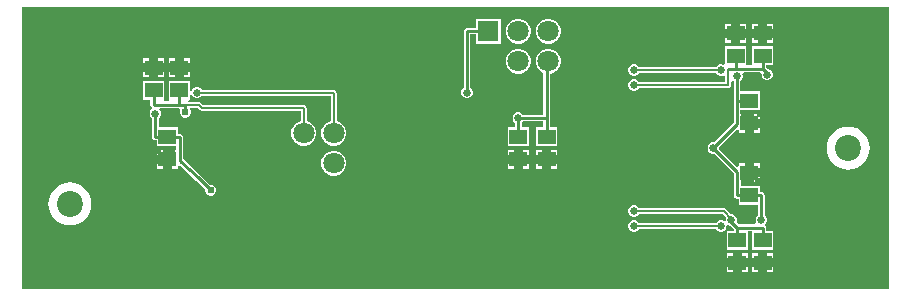
<source format=gbl>
G04*
G04 #@! TF.GenerationSoftware,Altium Limited,Altium Designer,24.4.1 (13)*
G04*
G04 Layer_Physical_Order=2*
G04 Layer_Color=16711680*
%FSLAX25Y25*%
%MOIN*%
G70*
G04*
G04 #@! TF.SameCoordinates,9EAFE7E4-189C-44CB-946A-5F511CB8720B*
G04*
G04*
G04 #@! TF.FilePolarity,Positive*
G04*
G01*
G75*
%ADD37R,0.07000X0.16000*%
%ADD38R,0.05906X0.05118*%
%ADD40C,0.01000*%
%ADD41C,0.00700*%
%ADD43C,0.08661*%
%ADD44C,0.07087*%
%ADD45R,0.07087X0.07087*%
%ADD46R,0.07087X0.07087*%
%ADD47C,0.02400*%
%ADD48C,0.02600*%
G36*
X290348Y1275D02*
X1275Y1275D01*
Y95226D01*
X290348Y95226D01*
Y1275D01*
D02*
G37*
%LPC*%
G36*
X251848Y89612D02*
X249795D01*
Y87953D01*
X251848D01*
Y89612D01*
D02*
G37*
G36*
X242848D02*
X240795D01*
Y87953D01*
X242848D01*
Y89612D01*
D02*
G37*
G36*
X237795D02*
X235742D01*
Y87953D01*
X237795D01*
Y89612D01*
D02*
G37*
G36*
X246795D02*
X244742D01*
Y87953D01*
X246795D01*
Y89612D01*
D02*
G37*
G36*
X251848Y84953D02*
X249795D01*
Y83294D01*
X251848D01*
Y84953D01*
D02*
G37*
G36*
X246795D02*
X244742D01*
Y83294D01*
X246795D01*
Y84953D01*
D02*
G37*
G36*
X242848D02*
X240795D01*
Y83294D01*
X242848D01*
Y84953D01*
D02*
G37*
G36*
X237795D02*
X235742D01*
Y83294D01*
X237795D01*
Y84953D01*
D02*
G37*
G36*
X177341Y91356D02*
X176250D01*
X175196Y91074D01*
X174251Y90528D01*
X173480Y89757D01*
X172934Y88812D01*
X172652Y87758D01*
Y86667D01*
X172934Y85613D01*
X173480Y84669D01*
X174251Y83897D01*
X175196Y83352D01*
X176250Y83069D01*
X177341D01*
X178394Y83352D01*
X179339Y83897D01*
X180111Y84669D01*
X180656Y85613D01*
X180939Y86667D01*
Y87758D01*
X180656Y88812D01*
X180111Y89757D01*
X179339Y90528D01*
X178394Y91074D01*
X177341Y91356D01*
D02*
G37*
G36*
X167341D02*
X166250D01*
X165196Y91074D01*
X164251Y90528D01*
X163480Y89757D01*
X162934Y88812D01*
X162652Y87758D01*
Y86667D01*
X162934Y85613D01*
X163480Y84669D01*
X164251Y83897D01*
X165196Y83352D01*
X166250Y83069D01*
X167341D01*
X168394Y83352D01*
X169339Y83897D01*
X170111Y84669D01*
X170656Y85613D01*
X170939Y86667D01*
Y87758D01*
X170656Y88812D01*
X170111Y89757D01*
X169339Y90528D01*
X168394Y91074D01*
X167341Y91356D01*
D02*
G37*
G36*
X160939D02*
X152652D01*
Y88334D01*
X149674D01*
X149244Y88249D01*
X148881Y88006D01*
X148638Y87642D01*
X148552Y87213D01*
Y68278D01*
X148063Y67789D01*
X147774Y67090D01*
Y66335D01*
X148063Y65636D01*
X148598Y65102D01*
X149296Y64813D01*
X150052D01*
X150750Y65102D01*
X151285Y65636D01*
X151574Y66335D01*
Y67090D01*
X151285Y67789D01*
X150795Y68278D01*
Y86091D01*
X152652D01*
Y83069D01*
X160939D01*
Y91356D01*
D02*
G37*
G36*
X57348Y78112D02*
X55295D01*
Y76453D01*
X57348D01*
Y78112D01*
D02*
G37*
G36*
X48848D02*
X46795D01*
Y76453D01*
X48848D01*
Y78112D01*
D02*
G37*
G36*
X43795D02*
X41743D01*
Y76453D01*
X43795D01*
Y78112D01*
D02*
G37*
G36*
X52295D02*
X50243D01*
Y76453D01*
X52295D01*
Y78112D01*
D02*
G37*
G36*
X251848Y82131D02*
X244742D01*
Y75834D01*
X242848D01*
Y82131D01*
X235742D01*
Y76270D01*
X235693Y76210D01*
X235142Y75918D01*
X234673Y76113D01*
X233917D01*
X233219Y75823D01*
X232684Y75289D01*
X232640Y75181D01*
X206951D01*
X206906Y75289D01*
X206371Y75823D01*
X205673Y76113D01*
X204917D01*
X204219Y75823D01*
X203684Y75289D01*
X203395Y74590D01*
Y73835D01*
X203684Y73136D01*
X204219Y72602D01*
X204917Y72313D01*
X205673D01*
X206371Y72602D01*
X206906Y73136D01*
X206951Y73244D01*
X232640D01*
X232684Y73136D01*
X233219Y72602D01*
X233917Y72313D01*
X234673D01*
X235227Y72542D01*
X235827Y72273D01*
Y70181D01*
X206951D01*
X206906Y70289D01*
X206371Y70823D01*
X205673Y71113D01*
X204917D01*
X204219Y70823D01*
X203684Y70289D01*
X203395Y69591D01*
Y68835D01*
X203684Y68136D01*
X204219Y67602D01*
X204917Y67313D01*
X205673D01*
X206371Y67602D01*
X206906Y68136D01*
X206951Y68244D01*
X236795D01*
X237166Y68318D01*
X237480Y68528D01*
X237690Y68842D01*
X237764Y69213D01*
Y70324D01*
X238364Y70624D01*
X238621Y70430D01*
Y63900D01*
X238621Y63900D01*
X238621Y63900D01*
Y56616D01*
X232118Y50113D01*
X231417D01*
X230719Y49823D01*
X230185Y49289D01*
X229895Y48590D01*
Y47835D01*
X230185Y47136D01*
X230719Y46602D01*
X231417Y46313D01*
X232121D01*
X238621Y39813D01*
Y37394D01*
X238599D01*
X238623Y37271D01*
X238645Y36804D01*
X238645Y36804D01*
X238645Y36807D01*
X238645Y36804D01*
X238674Y32709D01*
Y32472D01*
X238759Y32043D01*
X239002Y31679D01*
X239366Y31436D01*
X239795Y31351D01*
X240243D01*
Y29313D01*
X246674D01*
Y25778D01*
X246184Y25289D01*
X245895Y24590D01*
Y23835D01*
X246061Y23434D01*
X245703Y22834D01*
X240260D01*
X239568Y23526D01*
X239695Y23835D01*
Y24590D01*
X239406Y25289D01*
X238872Y25823D01*
X238173Y26113D01*
X237765D01*
X235980Y27898D01*
X235666Y28108D01*
X235295Y28181D01*
X206951D01*
X206906Y28289D01*
X206371Y28823D01*
X205673Y29113D01*
X204917D01*
X204219Y28823D01*
X203684Y28289D01*
X203395Y27591D01*
Y26835D01*
X203684Y26136D01*
X204219Y25602D01*
X204917Y25313D01*
X205673D01*
X206371Y25602D01*
X206906Y26136D01*
X206951Y26244D01*
X234894D01*
X236086Y25052D01*
X235895Y24590D01*
Y24148D01*
X235625Y23981D01*
X235295Y23855D01*
X234673Y24113D01*
X233917D01*
X233219Y23823D01*
X232684Y23289D01*
X232640Y23181D01*
X206951D01*
X206906Y23289D01*
X206371Y23823D01*
X205673Y24113D01*
X204917D01*
X204219Y23823D01*
X203684Y23289D01*
X203395Y22591D01*
Y21835D01*
X203684Y21136D01*
X204219Y20602D01*
X204917Y20313D01*
X205673D01*
X206371Y20602D01*
X206906Y21136D01*
X206951Y21244D01*
X232640D01*
X232684Y21136D01*
X233219Y20602D01*
X233917Y20313D01*
X234673D01*
X235371Y20602D01*
X235906Y21136D01*
X236195Y21835D01*
Y22277D01*
X236465Y22445D01*
X236795Y22570D01*
X237417Y22313D01*
X237609D01*
X238674Y21248D01*
Y20612D01*
X236243D01*
Y14294D01*
X243348D01*
Y20591D01*
X244742D01*
Y14294D01*
X251848D01*
Y20612D01*
X249417D01*
Y21713D01*
X249331Y22142D01*
X249088Y22506D01*
X249060Y22791D01*
X249406Y23136D01*
X249695Y23835D01*
Y24590D01*
X249406Y25289D01*
X248917Y25778D01*
Y32472D01*
X248832Y32902D01*
X248588Y33266D01*
X248224Y33509D01*
X247795Y33594D01*
X247348D01*
Y35631D01*
X240896D01*
X240891Y36368D01*
X241314Y36794D01*
X242295D01*
Y39953D01*
Y43112D01*
X240243D01*
Y42148D01*
X239688Y41918D01*
X233695Y47911D01*
Y48518D01*
X239688Y54511D01*
X240243Y54281D01*
Y53313D01*
X242295D01*
Y56472D01*
Y59632D01*
X240864D01*
Y60794D01*
X247348D01*
Y67112D01*
X240864D01*
Y70599D01*
X240872Y70602D01*
X241406Y71136D01*
X241695Y71835D01*
Y72591D01*
X241529Y72991D01*
X241888Y73591D01*
X247453D01*
X247895Y73090D01*
Y72335D01*
X248184Y71636D01*
X248719Y71102D01*
X249417Y70813D01*
X250173D01*
X250871Y71102D01*
X251406Y71636D01*
X251695Y72335D01*
Y73090D01*
X251406Y73789D01*
X250871Y74323D01*
X250173Y74613D01*
X249981D01*
X249417Y75177D01*
Y75813D01*
X251848D01*
Y82131D01*
D02*
G37*
G36*
X167341Y81356D02*
X166250D01*
X165196Y81073D01*
X164251Y80528D01*
X163480Y79757D01*
X162934Y78812D01*
X162652Y77758D01*
Y76667D01*
X162934Y75613D01*
X163480Y74669D01*
X164251Y73897D01*
X165196Y73352D01*
X166250Y73069D01*
X167341D01*
X168394Y73352D01*
X169339Y73897D01*
X170111Y74669D01*
X170656Y75613D01*
X170939Y76667D01*
Y77758D01*
X170656Y78812D01*
X170111Y79757D01*
X169339Y80528D01*
X168394Y81073D01*
X167341Y81356D01*
D02*
G37*
G36*
X57348Y73453D02*
X55295D01*
Y71794D01*
X57348D01*
Y73453D01*
D02*
G37*
G36*
X52295D02*
X50243D01*
Y71794D01*
X52295D01*
Y73453D01*
D02*
G37*
G36*
X48848D02*
X46795D01*
Y71794D01*
X48848D01*
Y73453D01*
D02*
G37*
G36*
X43795D02*
X41743D01*
Y71794D01*
X43795D01*
Y73453D01*
D02*
G37*
G36*
X57348Y70631D02*
X50243D01*
Y64313D01*
X49951Y63834D01*
X49140D01*
X48848Y64313D01*
Y70631D01*
X41743D01*
Y64313D01*
X44174D01*
Y62713D01*
X44259Y62283D01*
X44502Y61919D01*
X44536Y61897D01*
X44579Y61761D01*
X44567Y61171D01*
X44184Y60789D01*
X43895Y60091D01*
Y59335D01*
X44184Y58636D01*
X44674Y58147D01*
Y51953D01*
X44759Y51524D01*
X45002Y51160D01*
X45366Y50917D01*
X45795Y50831D01*
X46242D01*
Y48794D01*
X52826D01*
Y47631D01*
X51295D01*
Y44472D01*
Y41313D01*
X53348D01*
Y42351D01*
X53898Y42592D01*
X59518Y37404D01*
X62495Y34427D01*
Y33855D01*
X62769Y33193D01*
X63276Y32687D01*
X63937Y32413D01*
X64653D01*
X65315Y32687D01*
X65821Y33193D01*
X66095Y33855D01*
Y34571D01*
X65821Y35232D01*
X65315Y35739D01*
X64653Y36013D01*
X64081D01*
X61088Y39006D01*
X61069Y39018D01*
X61056Y39037D01*
X55070Y44563D01*
Y51953D01*
X54984Y52382D01*
X54741Y52746D01*
X54377Y52989D01*
X53948Y53074D01*
X53348D01*
Y55112D01*
X46917D01*
Y58147D01*
X47406Y58636D01*
X47695Y59335D01*
Y60091D01*
X47406Y60789D01*
X47204Y60991D01*
X47452Y61591D01*
X53844D01*
X54169Y60991D01*
X53995Y60570D01*
Y59854D01*
X54269Y59193D01*
X54775Y58686D01*
X55437Y58412D01*
X56153D01*
X56815Y58686D01*
X57321Y59193D01*
X57595Y59854D01*
Y60570D01*
X57358Y61144D01*
X57497Y61500D01*
X57658Y61744D01*
X59894D01*
X60610Y61028D01*
X60925Y60818D01*
X61295Y60744D01*
X94327D01*
Y57243D01*
X93696Y57073D01*
X92751Y56528D01*
X91980Y55757D01*
X91434Y54812D01*
X91152Y53758D01*
Y52667D01*
X91434Y51613D01*
X91980Y50669D01*
X92751Y49897D01*
X93696Y49352D01*
X94750Y49069D01*
X95841D01*
X96895Y49352D01*
X97839Y49897D01*
X98611Y50669D01*
X99156Y51613D01*
X99439Y52667D01*
Y53758D01*
X99156Y54812D01*
X98611Y55757D01*
X97839Y56528D01*
X96895Y57073D01*
X96264Y57243D01*
Y61713D01*
X96190Y62083D01*
X95980Y62397D01*
X95666Y62608D01*
X95295Y62681D01*
X61696D01*
X60980Y63398D01*
X60666Y63608D01*
X60295Y63681D01*
X56903D01*
X56825Y63805D01*
X57085Y64313D01*
X57348D01*
Y66088D01*
X57948Y66207D01*
X58184Y65636D01*
X58719Y65102D01*
X59417Y64813D01*
X60173D01*
X60871Y65102D01*
X61406Y65636D01*
X61451Y65744D01*
X104327D01*
Y57243D01*
X103696Y57073D01*
X102751Y56528D01*
X101980Y55757D01*
X101434Y54812D01*
X101152Y53758D01*
Y52667D01*
X101434Y51613D01*
X101980Y50669D01*
X102751Y49897D01*
X103696Y49352D01*
X104750Y49069D01*
X105841D01*
X106895Y49352D01*
X107839Y49897D01*
X108611Y50669D01*
X109156Y51613D01*
X109439Y52667D01*
Y53758D01*
X109156Y54812D01*
X108611Y55757D01*
X107839Y56528D01*
X106895Y57073D01*
X106264Y57243D01*
Y66713D01*
X106190Y67083D01*
X105980Y67397D01*
X105666Y67607D01*
X105295Y67681D01*
X61451D01*
X61406Y67789D01*
X60871Y68323D01*
X60173Y68613D01*
X59417D01*
X58719Y68323D01*
X58184Y67789D01*
X57948Y67218D01*
X57348Y67337D01*
Y70631D01*
D02*
G37*
G36*
X177341Y81356D02*
X176250D01*
X175196Y81073D01*
X174251Y80528D01*
X173480Y79757D01*
X172934Y78812D01*
X172652Y77758D01*
Y76667D01*
X172934Y75613D01*
X173480Y74669D01*
X174251Y73897D01*
X175174Y73365D01*
Y59334D01*
X168361D01*
X167871Y59823D01*
X167173Y60113D01*
X166417D01*
X165719Y59823D01*
X165184Y59289D01*
X164895Y58591D01*
Y57835D01*
X165184Y57136D01*
X165674Y56647D01*
Y55112D01*
X163242D01*
Y48794D01*
X170348D01*
Y55112D01*
X167917D01*
Y56647D01*
X168361Y57091D01*
X175174D01*
Y55112D01*
X172742D01*
Y48794D01*
X179848D01*
Y55112D01*
X177417D01*
Y58213D01*
Y73090D01*
X178394Y73352D01*
X179339Y73897D01*
X180111Y74669D01*
X180656Y75613D01*
X180939Y76667D01*
Y77758D01*
X180656Y78812D01*
X180111Y79757D01*
X179339Y80528D01*
X178394Y81073D01*
X177341Y81356D01*
D02*
G37*
G36*
X247348Y59632D02*
X245295D01*
Y57972D01*
X247348D01*
Y59632D01*
D02*
G37*
G36*
Y54972D02*
X245295D01*
Y53313D01*
X247348D01*
Y54972D01*
D02*
G37*
G36*
X179848Y47631D02*
X177795D01*
Y45972D01*
X179848D01*
Y47631D01*
D02*
G37*
G36*
X170348D02*
X168295D01*
Y45972D01*
X170348D01*
Y47631D01*
D02*
G37*
G36*
X165295D02*
X163242D01*
Y45972D01*
X165295D01*
Y47631D01*
D02*
G37*
G36*
X174795D02*
X172742D01*
Y45972D01*
X174795D01*
Y47631D01*
D02*
G37*
G36*
X48295D02*
X46242D01*
Y45972D01*
X48295D01*
Y47631D01*
D02*
G37*
G36*
X247348Y43112D02*
X245295D01*
Y41453D01*
X247348D01*
Y43112D01*
D02*
G37*
G36*
X179848Y42972D02*
X177795D01*
Y41313D01*
X179848D01*
Y42972D01*
D02*
G37*
G36*
X174795D02*
X172742D01*
Y41313D01*
X174795D01*
Y42972D01*
D02*
G37*
G36*
X170348D02*
X168295D01*
Y41313D01*
X170348D01*
Y42972D01*
D02*
G37*
G36*
X165295D02*
X163242D01*
Y41313D01*
X165295D01*
Y42972D01*
D02*
G37*
G36*
X48295D02*
X46242D01*
Y41313D01*
X48295D01*
Y42972D01*
D02*
G37*
G36*
X276795Y55403D02*
X275393Y55265D01*
X274044Y54855D01*
X272801Y54191D01*
X271711Y53297D01*
X270817Y52207D01*
X270152Y50964D01*
X269743Y49615D01*
X269605Y48213D01*
X269743Y46810D01*
X270152Y45461D01*
X270817Y44218D01*
X271711Y43128D01*
X272801Y42234D01*
X274044Y41570D01*
X275393Y41161D01*
X276795Y41023D01*
X278198Y41161D01*
X279547Y41570D01*
X280790Y42234D01*
X281879Y43128D01*
X282774Y44218D01*
X283438Y45461D01*
X283847Y46810D01*
X283985Y48213D01*
X283847Y49615D01*
X283438Y50964D01*
X282774Y52207D01*
X281879Y53297D01*
X280790Y54191D01*
X279547Y54855D01*
X278198Y55265D01*
X276795Y55403D01*
D02*
G37*
G36*
X105841Y47356D02*
X104750D01*
X103696Y47074D01*
X102751Y46528D01*
X101980Y45757D01*
X101434Y44812D01*
X101152Y43758D01*
Y42667D01*
X101434Y41613D01*
X101980Y40669D01*
X102751Y39897D01*
X103696Y39352D01*
X104750Y39069D01*
X105841D01*
X106895Y39352D01*
X107839Y39897D01*
X108611Y40669D01*
X109156Y41613D01*
X109439Y42667D01*
Y43758D01*
X109156Y44812D01*
X108611Y45757D01*
X107839Y46528D01*
X106895Y47074D01*
X105841Y47356D01*
D02*
G37*
G36*
X247348Y38453D02*
X245295D01*
Y36794D01*
X247348D01*
Y38453D01*
D02*
G37*
G36*
X17347Y36805D02*
X15945Y36667D01*
X14596Y36258D01*
X13353Y35594D01*
X12263Y34699D01*
X11369Y33610D01*
X10704Y32367D01*
X10295Y31018D01*
X10157Y29615D01*
X10295Y28213D01*
X10704Y26864D01*
X11369Y25621D01*
X12263Y24531D01*
X13353Y23637D01*
X14596Y22973D01*
X15945Y22563D01*
X17347Y22425D01*
X18750Y22563D01*
X20099Y22973D01*
X21342Y23637D01*
X22431Y24531D01*
X23326Y25621D01*
X23990Y26864D01*
X24399Y28213D01*
X24537Y29615D01*
X24399Y31018D01*
X23990Y32367D01*
X23326Y33610D01*
X22431Y34699D01*
X21342Y35594D01*
X20099Y36258D01*
X18750Y36667D01*
X17347Y36805D01*
D02*
G37*
G36*
X243348Y13131D02*
X241295D01*
Y11472D01*
X243348D01*
Y13131D01*
D02*
G37*
G36*
X251848D02*
X249795D01*
Y11472D01*
X251848D01*
Y13131D01*
D02*
G37*
G36*
X246795D02*
X244742D01*
Y11472D01*
X246795D01*
Y13131D01*
D02*
G37*
G36*
X238295D02*
X236243D01*
Y11472D01*
X238295D01*
Y13131D01*
D02*
G37*
G36*
X251848Y8472D02*
X249795D01*
Y6813D01*
X251848D01*
Y8472D01*
D02*
G37*
G36*
X246795D02*
X244742D01*
Y6813D01*
X246795D01*
Y8472D01*
D02*
G37*
G36*
X243348D02*
X241295D01*
Y6813D01*
X243348D01*
Y8472D01*
D02*
G37*
G36*
X238295D02*
X236243D01*
Y6813D01*
X238295D01*
Y8472D01*
D02*
G37*
%LPD*%
D37*
X257795Y86713D02*
D03*
X277795D02*
D03*
X63795D02*
D03*
X83795D02*
D03*
X15795D02*
D03*
X35795D02*
D03*
X136795D02*
D03*
X116795D02*
D03*
X209795D02*
D03*
X229795D02*
D03*
X39795Y9713D02*
D03*
X59795D02*
D03*
X136795D02*
D03*
X116795D02*
D03*
X176795D02*
D03*
X156795D02*
D03*
X257795D02*
D03*
X277795D02*
D03*
X209795D02*
D03*
X229795D02*
D03*
D38*
X239795Y9972D02*
D03*
Y17453D02*
D03*
X243795Y63953D02*
D03*
Y56472D02*
D03*
X248295Y78972D02*
D03*
Y86453D02*
D03*
X49795Y51953D02*
D03*
Y44472D02*
D03*
X53795Y74953D02*
D03*
Y67472D02*
D03*
X45295Y74953D02*
D03*
Y67472D02*
D03*
X166795Y44472D02*
D03*
Y51953D02*
D03*
X176295Y44472D02*
D03*
Y51953D02*
D03*
X239295Y86453D02*
D03*
Y78972D02*
D03*
X248295Y9972D02*
D03*
Y17453D02*
D03*
X243795Y32472D02*
D03*
Y39953D02*
D03*
D40*
X239742Y37394D02*
G03*
X239764Y37178I1100J0D01*
G01*
X239742Y56151D02*
Y63900D01*
X231804Y48213D02*
X231807D01*
X231804D02*
X239742Y56151D01*
X231807Y48213D02*
X239742Y40277D01*
X231795Y48213D02*
X231807D01*
X55795Y60212D02*
Y62713D01*
X53795D02*
X55795D01*
X237795Y24213D02*
Y24713D01*
X60295Y38213D02*
X64295Y34213D01*
X149674Y87213D02*
X156795D01*
X149674Y66713D02*
Y87213D01*
X236795Y74713D02*
X239295D01*
X239795Y32472D02*
Y32713D01*
X239764Y37178D02*
Y37178D01*
X239795Y32472D02*
X243795D01*
X239742Y37394D02*
Y40277D01*
X239764Y37178D02*
X239795Y32713D01*
X248295Y17453D02*
Y21713D01*
X239795D02*
X248295D01*
X53795Y62713D02*
Y67472D01*
X45295Y62713D02*
Y67472D01*
Y62713D02*
X53795D01*
X45795Y51953D02*
Y59713D01*
Y51953D02*
X49795D01*
X53948Y44072D02*
Y51953D01*
X49795D02*
X53948D01*
Y44072D02*
X60295Y38213D01*
X176295Y58213D02*
Y78213D01*
X176795D01*
X166795Y58213D02*
X176295D01*
X166795Y51953D02*
Y58213D01*
X176295Y51953D02*
Y58213D01*
X237795Y23713D02*
Y24213D01*
Y23713D02*
X239795Y21713D01*
Y17453D02*
Y21713D01*
X249795Y72713D02*
Y73213D01*
X248295Y74713D02*
X249795Y73213D01*
X239742Y63900D02*
Y72160D01*
X239795Y72213D01*
X239742Y63900D02*
X239795Y63953D01*
X239295Y74713D02*
X248295D01*
X239295D02*
Y78972D01*
X248295Y74713D02*
Y78972D01*
X239795Y63953D02*
X243795D01*
X247795Y23713D02*
Y32472D01*
X243795D02*
X247795D01*
D41*
X55795Y62713D02*
X60295D01*
X61295Y61713D01*
X95295D01*
Y53213D02*
Y61713D01*
X105295Y53213D02*
Y66713D01*
X59795D02*
X105295D01*
X235295Y27213D02*
X237795Y24713D01*
X205295Y27213D02*
X235295D01*
X205295Y22213D02*
X234295D01*
X205295Y74213D02*
X234295D01*
X236795Y69213D02*
Y74713D01*
X205295Y69213D02*
X236795D01*
D43*
X17347Y29615D02*
D03*
X276795Y48213D02*
D03*
D44*
X156795Y77213D02*
D03*
X166795D02*
D03*
X176795D02*
D03*
X186795D02*
D03*
X166795Y87213D02*
D03*
X176795D02*
D03*
X186795D02*
D03*
X95295Y53213D02*
D03*
X105295D02*
D03*
Y43213D02*
D03*
D45*
X156795Y87213D02*
D03*
D46*
X95295Y43213D02*
D03*
D47*
X286795Y3713D02*
D03*
X281795D02*
D03*
X286795Y92713D02*
D03*
X281795D02*
D03*
X287732Y8097D02*
D03*
Y13097D02*
D03*
Y18097D02*
D03*
Y23097D02*
D03*
Y28097D02*
D03*
Y33097D02*
D03*
Y38097D02*
D03*
Y43097D02*
D03*
Y48097D02*
D03*
Y53097D02*
D03*
Y58097D02*
D03*
Y63097D02*
D03*
Y68097D02*
D03*
Y73097D02*
D03*
Y78097D02*
D03*
Y83097D02*
D03*
Y88097D02*
D03*
X6795Y3713D02*
D03*
X11795D02*
D03*
X6795Y92713D02*
D03*
X11795D02*
D03*
X3795Y48213D02*
D03*
Y38213D02*
D03*
Y28213D02*
D03*
Y18213D02*
D03*
Y8213D02*
D03*
Y43213D02*
D03*
Y33213D02*
D03*
Y23213D02*
D03*
Y13213D02*
D03*
Y53213D02*
D03*
Y58213D02*
D03*
Y63213D02*
D03*
Y68213D02*
D03*
Y73213D02*
D03*
Y78213D02*
D03*
Y83213D02*
D03*
Y88213D02*
D03*
X188295Y60213D02*
D03*
X179795D02*
D03*
X188295Y65213D02*
D03*
X179795D02*
D03*
X166795Y41713D02*
D03*
X176295D02*
D03*
X242095Y37213D02*
D03*
X246795D02*
D03*
X51495Y47213D02*
D03*
X46795D02*
D03*
X242095Y59513D02*
D03*
X247348D02*
D03*
X146795Y43213D02*
D03*
X142295Y48213D02*
D03*
X146795Y52213D02*
D03*
X151295Y48213D02*
D03*
X146795D02*
D03*
X207795Y76713D02*
D03*
X208295Y71713D02*
D03*
Y66713D02*
D03*
X201795Y63713D02*
D03*
Y58713D02*
D03*
Y53213D02*
D03*
X205295Y87213D02*
D03*
Y81713D02*
D03*
X166795Y62213D02*
D03*
X157795Y60213D02*
D03*
X163795Y66213D02*
D03*
X173795Y65213D02*
D03*
Y60713D02*
D03*
X153795Y56213D02*
D03*
X231295Y43713D02*
D03*
Y52713D02*
D03*
X236795Y48213D02*
D03*
X250795Y53213D02*
D03*
Y48213D02*
D03*
X251295Y43713D02*
D03*
X146795Y57713D02*
D03*
X150295Y61213D02*
D03*
X143795Y60713D02*
D03*
X143295Y37213D02*
D03*
X150295D02*
D03*
X146795Y36713D02*
D03*
X136795Y48213D02*
D03*
X155795D02*
D03*
X161295Y53213D02*
D03*
X159295Y49713D02*
D03*
Y45213D02*
D03*
X133795Y50713D02*
D03*
Y45713D02*
D03*
X56295Y80713D02*
D03*
X51795D02*
D03*
X46795D02*
D03*
X41295D02*
D03*
X58295Y55713D02*
D03*
X41795D02*
D03*
X40295Y41213D02*
D03*
X42795Y38213D02*
D03*
X61795Y41213D02*
D03*
X56295Y37713D02*
D03*
X195795Y78213D02*
D03*
Y73213D02*
D03*
Y63213D02*
D03*
Y58213D02*
D03*
Y53213D02*
D03*
Y48213D02*
D03*
Y68213D02*
D03*
Y85213D02*
D03*
Y89213D02*
D03*
X16795Y92713D02*
D03*
X31795D02*
D03*
X36795D02*
D03*
X41795D02*
D03*
X46795D02*
D03*
X51795D02*
D03*
X56795D02*
D03*
X61795D02*
D03*
X66795D02*
D03*
X81795D02*
D03*
X86795D02*
D03*
X91795D02*
D03*
X96795D02*
D03*
X101795D02*
D03*
X106795D02*
D03*
X261795Y3713D02*
D03*
Y92713D02*
D03*
X116795D02*
D03*
X111795D02*
D03*
X136795D02*
D03*
X141795D02*
D03*
X146795D02*
D03*
X151795D02*
D03*
X156795D02*
D03*
X161795D02*
D03*
X206795D02*
D03*
X231795D02*
D03*
X236795D02*
D03*
X241795D02*
D03*
X246795D02*
D03*
X251795D02*
D03*
X256795D02*
D03*
X276795D02*
D03*
X231795Y3713D02*
D03*
X276795D02*
D03*
X256795D02*
D03*
X251795D02*
D03*
X246795D02*
D03*
X241795D02*
D03*
X236795D02*
D03*
X206795D02*
D03*
X201795D02*
D03*
X196795D02*
D03*
X191795D02*
D03*
X186795D02*
D03*
X176795Y3418D02*
D03*
X181795Y3713D02*
D03*
X156795D02*
D03*
X151795D02*
D03*
X136795D02*
D03*
X61795D02*
D03*
X36795D02*
D03*
X16795D02*
D03*
X26795D02*
D03*
X31795D02*
D03*
X66795D02*
D03*
X71795D02*
D03*
X76795D02*
D03*
X81795D02*
D03*
X86795D02*
D03*
X91795D02*
D03*
X116795D02*
D03*
X96795D02*
D03*
X101795D02*
D03*
X106795D02*
D03*
X111795D02*
D03*
X141795D02*
D03*
X146795D02*
D03*
X21795D02*
D03*
X55795Y60212D02*
D03*
X70295Y64213D02*
D03*
X77295Y59213D02*
D03*
Y64213D02*
D03*
X172595Y9713D02*
D03*
Y14713D02*
D03*
Y19713D02*
D03*
X170295Y24713D02*
D03*
X169195Y29513D02*
D03*
X166395Y33613D02*
D03*
X162795Y37213D02*
D03*
X159295Y40713D02*
D03*
X160995Y9713D02*
D03*
Y14713D02*
D03*
Y19713D02*
D03*
X163295Y24713D02*
D03*
X160895Y29013D02*
D03*
X157395Y32513D02*
D03*
X153895Y36113D02*
D03*
X139695D02*
D03*
X136195Y32513D02*
D03*
X132695Y29013D02*
D03*
X130295Y24713D02*
D03*
X132595Y19713D02*
D03*
Y14713D02*
D03*
Y9713D02*
D03*
X134295Y40713D02*
D03*
X130795Y37213D02*
D03*
X127195Y33613D02*
D03*
X124395Y29513D02*
D03*
X123295Y24713D02*
D03*
X120995Y19713D02*
D03*
Y14713D02*
D03*
Y9713D02*
D03*
X123295Y72213D02*
D03*
X124395Y66813D02*
D03*
X120995Y81713D02*
D03*
X132595D02*
D03*
Y86713D02*
D03*
X120995D02*
D03*
X43995Y14713D02*
D03*
Y9713D02*
D03*
Y4713D02*
D03*
X55595D02*
D03*
Y9713D02*
D03*
Y14713D02*
D03*
X19795Y89213D02*
D03*
Y84213D02*
D03*
X31795Y89213D02*
D03*
X79795D02*
D03*
Y84213D02*
D03*
X67795Y89213D02*
D03*
Y84213D02*
D03*
X31795D02*
D03*
X254395Y32913D02*
D03*
X255595Y39813D02*
D03*
X260595Y39513D02*
D03*
X265195Y37613D02*
D03*
X268795Y34213D02*
D03*
X270895Y29713D02*
D03*
X271295Y24713D02*
D03*
X273595Y19713D02*
D03*
Y14713D02*
D03*
X273795Y9713D02*
D03*
X273595Y4713D02*
D03*
X259395Y32413D02*
D03*
X263295Y29513D02*
D03*
X264295Y24713D02*
D03*
X261995Y19713D02*
D03*
Y14713D02*
D03*
Y9713D02*
D03*
X213995Y4713D02*
D03*
X225595D02*
D03*
X216295Y24713D02*
D03*
X216695Y29713D02*
D03*
X213995Y19713D02*
D03*
X233195Y32913D02*
D03*
X228195Y32413D02*
D03*
X224295Y29513D02*
D03*
X223295Y24713D02*
D03*
X225595Y19713D02*
D03*
Y14713D02*
D03*
Y9713D02*
D03*
X231995Y39813D02*
D03*
X226995Y39513D02*
D03*
X222395Y37613D02*
D03*
X218795Y34213D02*
D03*
X213995Y14713D02*
D03*
Y9713D02*
D03*
X64295Y34213D02*
D03*
X213995Y91713D02*
D03*
X225595D02*
D03*
X216695Y66713D02*
D03*
X216295Y71713D02*
D03*
X224295Y66913D02*
D03*
X233195Y63513D02*
D03*
X228195Y64013D02*
D03*
X223295Y71713D02*
D03*
X231995Y56613D02*
D03*
X226995Y56913D02*
D03*
X222395Y58813D02*
D03*
X218795Y62213D02*
D03*
X225595Y76713D02*
D03*
Y81713D02*
D03*
Y86713D02*
D03*
X213995D02*
D03*
Y81713D02*
D03*
Y76713D02*
D03*
X254395Y63513D02*
D03*
X259395Y64013D02*
D03*
X263295Y66913D02*
D03*
X264295Y71713D02*
D03*
X261995Y76713D02*
D03*
Y81713D02*
D03*
Y86713D02*
D03*
X255595Y56613D02*
D03*
X260595Y56913D02*
D03*
X265195Y58813D02*
D03*
X268795Y62213D02*
D03*
X273595Y76713D02*
D03*
X270895Y66713D02*
D03*
X271295Y71713D02*
D03*
X273595Y81713D02*
D03*
Y86713D02*
D03*
X46295Y24713D02*
D03*
Y29713D02*
D03*
Y34713D02*
D03*
X43995Y19713D02*
D03*
X53295Y34713D02*
D03*
Y29713D02*
D03*
Y24713D02*
D03*
X55595Y19713D02*
D03*
X59695Y51413D02*
D03*
X39695D02*
D03*
X34695Y51813D02*
D03*
X30595Y54513D02*
D03*
X38495Y44713D02*
D03*
X33495Y44813D02*
D03*
X28895Y46613D02*
D03*
X21295Y74213D02*
D03*
X30295D02*
D03*
X19795Y79213D02*
D03*
X31795D02*
D03*
X22295Y69213D02*
D03*
Y64213D02*
D03*
Y59213D02*
D03*
X29295D02*
D03*
Y64213D02*
D03*
Y69213D02*
D03*
X61095Y44613D02*
D03*
X70695Y46613D02*
D03*
X66095Y44813D02*
D03*
X64695Y51813D02*
D03*
X76795Y54313D02*
D03*
X74495Y49813D02*
D03*
X79795Y79213D02*
D03*
X67795D02*
D03*
X78295Y74213D02*
D03*
X69295D02*
D03*
X77295Y69213D02*
D03*
X70295D02*
D03*
Y59213D02*
D03*
X68895Y54413D02*
D03*
X246545Y48213D02*
D03*
X241045D02*
D03*
X127195Y62813D02*
D03*
X130795Y59213D02*
D03*
X134295Y55713D02*
D03*
X139695Y60313D02*
D03*
X136195Y63913D02*
D03*
X132695Y67413D02*
D03*
X130295Y72213D02*
D03*
X132595Y76713D02*
D03*
X120995D02*
D03*
X25095Y49813D02*
D03*
X22795Y54313D02*
D03*
D48*
X59795Y66713D02*
D03*
X205295Y69213D02*
D03*
X231795Y48213D02*
D03*
X149674Y66713D02*
D03*
X45795Y59713D02*
D03*
X166795Y58213D02*
D03*
X205295Y22213D02*
D03*
Y27213D02*
D03*
X234295Y22213D02*
D03*
X205295Y74213D02*
D03*
X234295D02*
D03*
X237795Y24213D02*
D03*
X239795Y72213D02*
D03*
X249795Y72713D02*
D03*
X247795Y24213D02*
D03*
M02*

</source>
